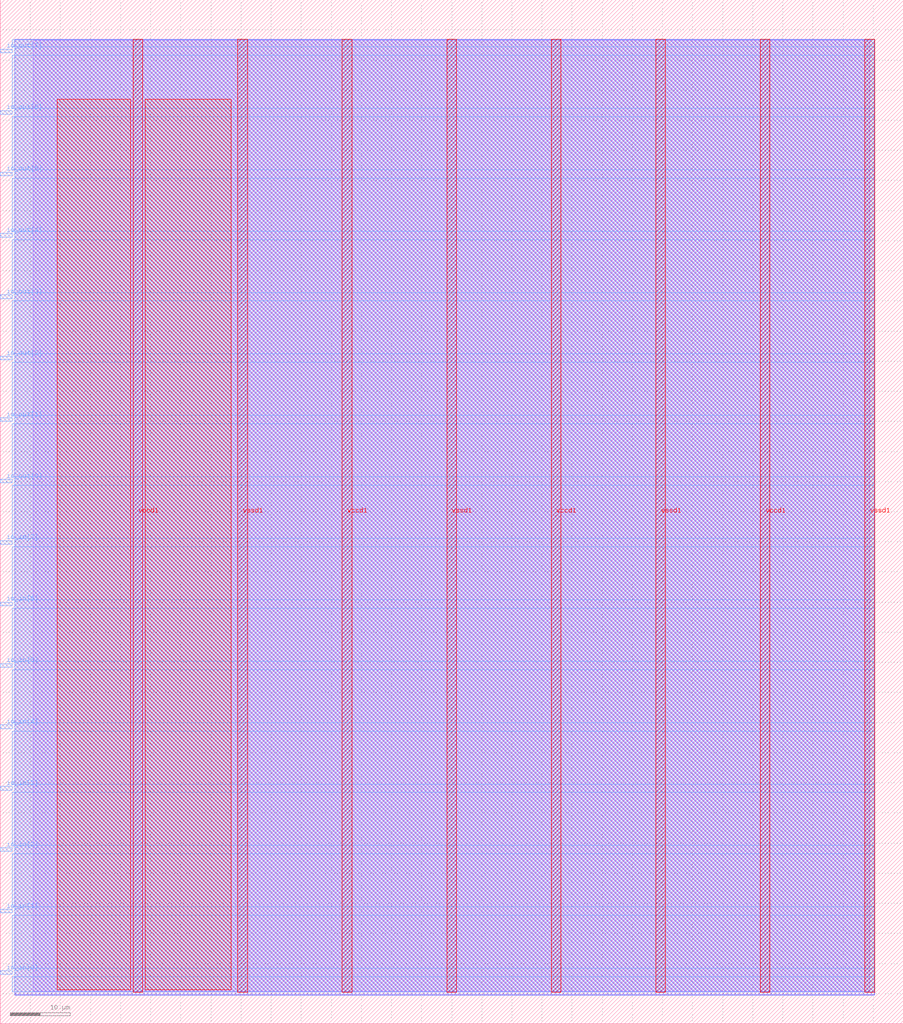
<source format=lef>
VERSION 5.7 ;
  NOWIREEXTENSIONATPIN ON ;
  DIVIDERCHAR "/" ;
  BUSBITCHARS "[]" ;
MACRO thunderbird_taillight_ctrl
  CLASS BLOCK ;
  FOREIGN thunderbird_taillight_ctrl ;
  ORIGIN 0.000 0.000 ;
  SIZE 150.000 BY 170.000 ;
  PIN io_in[0]
    DIRECTION INPUT ;
    USE SIGNAL ;
    PORT
      LAYER met3 ;
        RECT 0.000 8.200 2.000 8.800 ;
    END
  END io_in[0]
  PIN io_in[1]
    DIRECTION INPUT ;
    USE SIGNAL ;
    PORT
      LAYER met3 ;
        RECT 0.000 18.400 2.000 19.000 ;
    END
  END io_in[1]
  PIN io_in[2]
    DIRECTION INPUT ;
    USE SIGNAL ;
    PORT
      LAYER met3 ;
        RECT 0.000 28.600 2.000 29.200 ;
    END
  END io_in[2]
  PIN io_in[3]
    DIRECTION INPUT ;
    USE SIGNAL ;
    PORT
      LAYER met3 ;
        RECT 0.000 38.800 2.000 39.400 ;
    END
  END io_in[3]
  PIN io_in[4]
    DIRECTION INPUT ;
    USE SIGNAL ;
    PORT
      LAYER met3 ;
        RECT 0.000 49.000 2.000 49.600 ;
    END
  END io_in[4]
  PIN io_in[5]
    DIRECTION INPUT ;
    USE SIGNAL ;
    PORT
      LAYER met3 ;
        RECT 0.000 59.200 2.000 59.800 ;
    END
  END io_in[5]
  PIN io_in[6]
    DIRECTION INPUT ;
    USE SIGNAL ;
    PORT
      LAYER met3 ;
        RECT 0.000 69.400 2.000 70.000 ;
    END
  END io_in[6]
  PIN io_in[7]
    DIRECTION INPUT ;
    USE SIGNAL ;
    PORT
      LAYER met3 ;
        RECT 0.000 79.600 2.000 80.200 ;
    END
  END io_in[7]
  PIN io_out[0]
    DIRECTION OUTPUT TRISTATE ;
    USE SIGNAL ;
    PORT
      LAYER met3 ;
        RECT 0.000 89.800 2.000 90.400 ;
    END
  END io_out[0]
  PIN io_out[1]
    DIRECTION OUTPUT TRISTATE ;
    USE SIGNAL ;
    PORT
      LAYER met3 ;
        RECT 0.000 100.000 2.000 100.600 ;
    END
  END io_out[1]
  PIN io_out[2]
    DIRECTION OUTPUT TRISTATE ;
    USE SIGNAL ;
    PORT
      LAYER met3 ;
        RECT 0.000 110.200 2.000 110.800 ;
    END
  END io_out[2]
  PIN io_out[3]
    DIRECTION OUTPUT TRISTATE ;
    USE SIGNAL ;
    PORT
      LAYER met3 ;
        RECT 0.000 120.400 2.000 121.000 ;
    END
  END io_out[3]
  PIN io_out[4]
    DIRECTION OUTPUT TRISTATE ;
    USE SIGNAL ;
    PORT
      LAYER met3 ;
        RECT 0.000 130.600 2.000 131.200 ;
    END
  END io_out[4]
  PIN io_out[5]
    DIRECTION OUTPUT TRISTATE ;
    USE SIGNAL ;
    PORT
      LAYER met3 ;
        RECT 0.000 140.800 2.000 141.400 ;
    END
  END io_out[5]
  PIN io_out[6]
    DIRECTION OUTPUT TRISTATE ;
    USE SIGNAL ;
    PORT
      LAYER met3 ;
        RECT 0.000 151.000 2.000 151.600 ;
    END
  END io_out[6]
  PIN io_out[7]
    DIRECTION OUTPUT TRISTATE ;
    USE SIGNAL ;
    PORT
      LAYER met3 ;
        RECT 0.000 161.200 2.000 161.800 ;
    END
  END io_out[7]
  PIN vccd1
    DIRECTION INOUT ;
    USE POWER ;
    PORT
      LAYER met4 ;
        RECT 22.085 5.200 23.685 163.440 ;
    END
    PORT
      LAYER met4 ;
        RECT 56.815 5.200 58.415 163.440 ;
    END
    PORT
      LAYER met4 ;
        RECT 91.545 5.200 93.145 163.440 ;
    END
    PORT
      LAYER met4 ;
        RECT 126.275 5.200 127.875 163.440 ;
    END
  END vccd1
  PIN vssd1
    DIRECTION INOUT ;
    USE GROUND ;
    PORT
      LAYER met4 ;
        RECT 39.450 5.200 41.050 163.440 ;
    END
    PORT
      LAYER met4 ;
        RECT 74.180 5.200 75.780 163.440 ;
    END
    PORT
      LAYER met4 ;
        RECT 108.910 5.200 110.510 163.440 ;
    END
    PORT
      LAYER met4 ;
        RECT 143.640 5.200 145.240 163.440 ;
    END
  END vssd1
  OBS
      LAYER li1 ;
        RECT 5.520 5.355 144.440 163.285 ;
      LAYER met1 ;
        RECT 2.370 4.800 145.240 163.440 ;
      LAYER met2 ;
        RECT 2.390 4.770 145.210 163.385 ;
      LAYER met3 ;
        RECT 2.000 162.200 145.230 163.365 ;
        RECT 2.400 160.800 145.230 162.200 ;
        RECT 2.000 152.000 145.230 160.800 ;
        RECT 2.400 150.600 145.230 152.000 ;
        RECT 2.000 141.800 145.230 150.600 ;
        RECT 2.400 140.400 145.230 141.800 ;
        RECT 2.000 131.600 145.230 140.400 ;
        RECT 2.400 130.200 145.230 131.600 ;
        RECT 2.000 121.400 145.230 130.200 ;
        RECT 2.400 120.000 145.230 121.400 ;
        RECT 2.000 111.200 145.230 120.000 ;
        RECT 2.400 109.800 145.230 111.200 ;
        RECT 2.000 101.000 145.230 109.800 ;
        RECT 2.400 99.600 145.230 101.000 ;
        RECT 2.000 90.800 145.230 99.600 ;
        RECT 2.400 89.400 145.230 90.800 ;
        RECT 2.000 80.600 145.230 89.400 ;
        RECT 2.400 79.200 145.230 80.600 ;
        RECT 2.000 70.400 145.230 79.200 ;
        RECT 2.400 69.000 145.230 70.400 ;
        RECT 2.000 60.200 145.230 69.000 ;
        RECT 2.400 58.800 145.230 60.200 ;
        RECT 2.000 50.000 145.230 58.800 ;
        RECT 2.400 48.600 145.230 50.000 ;
        RECT 2.000 39.800 145.230 48.600 ;
        RECT 2.400 38.400 145.230 39.800 ;
        RECT 2.000 29.600 145.230 38.400 ;
        RECT 2.400 28.200 145.230 29.600 ;
        RECT 2.000 19.400 145.230 28.200 ;
        RECT 2.400 18.000 145.230 19.400 ;
        RECT 2.000 9.200 145.230 18.000 ;
        RECT 2.400 7.800 145.230 9.200 ;
        RECT 2.000 5.275 145.230 7.800 ;
      LAYER met4 ;
        RECT 9.495 5.615 21.685 153.505 ;
        RECT 24.085 5.615 38.345 153.505 ;
  END
END thunderbird_taillight_ctrl
END LIBRARY


</source>
